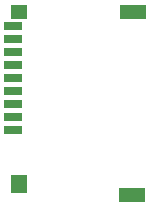
<source format=gbr>
%TF.GenerationSoftware,KiCad,Pcbnew,6.0.8*%
%TF.CreationDate,2022-10-28T18:19:01+03:00*%
%TF.ProjectId,DigiLight,44696769-4c69-4676-9874-2e6b69636164,rev?*%
%TF.SameCoordinates,Original*%
%TF.FileFunction,Paste,Bot*%
%TF.FilePolarity,Positive*%
%FSLAX46Y46*%
G04 Gerber Fmt 4.6, Leading zero omitted, Abs format (unit mm)*
G04 Created by KiCad (PCBNEW 6.0.8) date 2022-10-28 18:19:01*
%MOMM*%
%LPD*%
G01*
G04 APERTURE LIST*
%ADD10R,1.600000X0.700000*%
%ADD11R,1.400000X1.200000*%
%ADD12R,2.200000X1.200000*%
%ADD13R,1.400000X1.600000*%
G04 APERTURE END LIST*
D10*
X230250000Y-87750000D03*
X230250000Y-86650000D03*
X230250000Y-85550000D03*
X230250000Y-84450000D03*
X230250000Y-83350000D03*
X230250000Y-82250000D03*
X230250000Y-81150000D03*
X230250000Y-80050000D03*
X230250000Y-78950000D03*
D11*
X230750000Y-77750000D03*
D12*
X240410000Y-77750000D03*
X240350000Y-93250000D03*
D13*
X230750000Y-92350000D03*
M02*

</source>
